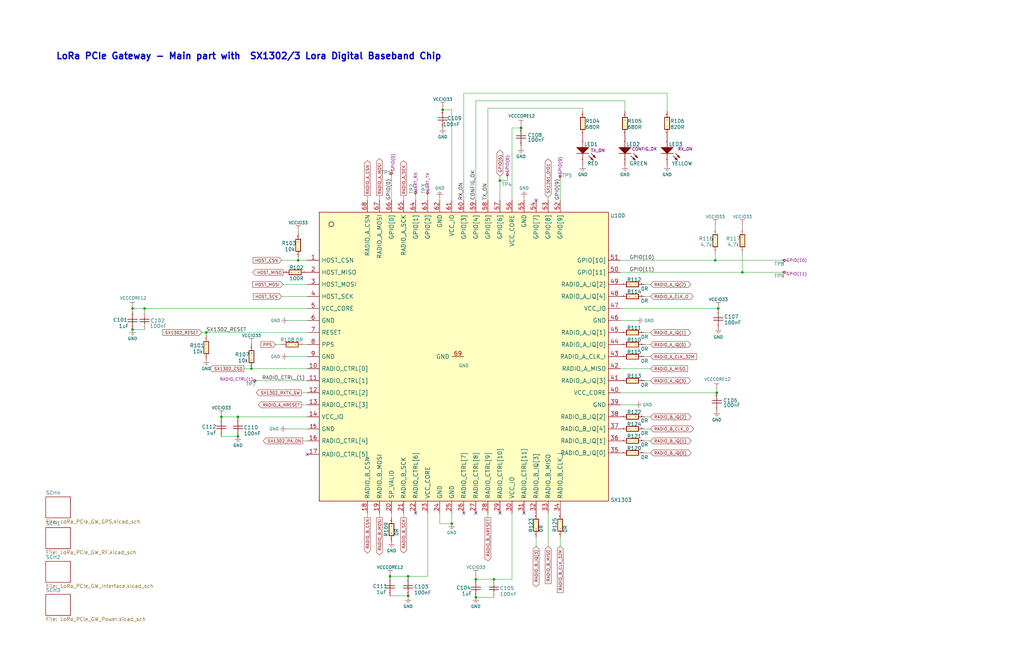
<source format=kicad_sch>
(kicad_sch (version 20211123) (generator eeschema)
  (paper "B")
  (title_block (title "LoRa PCIe Gateway Main") (date "26 02 2021") (rev "1.0") (company "Nebra Ltd") (comment 1 "SX1302/3 Schematic Part"))
  (junction (at 302.26 165.735))
  (junction (at 301.625 109.855))
  (junction (at 172.085 251.46))
  (junction (at 164.465 243.205))
  (junction (at 186.69 46.355))
  (junction (at 93.345 175.895))
  (junction (at 313.055 114.935))
  (junction (at 100.33 175.895))
  (junction (at 100.33 184.15))
  (junction (at 55.88 139.065))
  (junction (at 106.045 155.575))
  (junction (at 172.085 243.205))
  (junction (at 210.82 76.2))
  (junction (at 208.28 244.475))
  (junction (at 190.5 220.98))
  (junction (at 60.96 130.175))
  (junction (at 302.895 130.175))
  (junction (at 200.66 244.475))
  (junction (at 200.66 252.095))
  (junction (at 125.73 109.855))
  (junction (at 86.995 140.335))
  (junction (at 55.88 130.175))
  (junction (at 219.71 53.975))
  (no_connect (at 226.06 84.455))
  (no_connect (at 210.82 216.535))
  (no_connect (at 200.66 216.535))
  (no_connect (at 220.98 216.535))
  (no_connect (at 129.54 191.77))
  (no_connect (at 175.26 216.535))
  (no_connect (at 195.58 216.535))
  (wire (pts (xy 215.9 84.455) (xy 215.9 53.975)))
  (wire (pts (xy 93.345 184.15) (xy 100.33 184.15)))
  (wire (pts (xy 274.32 191.135) (xy 271.78 191.135)))
  (wire (pts (xy 125.73 109.855) (xy 118.745 109.855)))
  (wire (pts (xy 195.58 84.455) (xy 195.58 39.37)))
  (wire (pts (xy 186.69 46.355) (xy 190.5 46.355)))
  (wire (pts (xy 129.54 155.575) (xy 106.045 155.575)))
  (wire (pts (xy 165.1 216.535) (xy 165.1 218.44)))
  (wire (pts (xy 125.73 108.585) (xy 125.73 109.855)))
  (wire (pts (xy 219.71 61.595) (xy 219.71 62.23)))
  (wire (pts (xy 180.34 243.205) (xy 180.34 216.535)))
  (wire (pts (xy 154.94 82.55) (xy 154.94 84.455)))
  (wire (pts (xy 274.32 145.415) (xy 271.78 145.415)))
  (wire (pts (xy 172.085 251.46) (xy 172.085 252.095)))
  (wire (pts (xy 274.32 186.055) (xy 271.78 186.055)))
  (wire (pts (xy 274.32 120.015) (xy 271.78 120.015)))
  (wire (pts (xy 313.055 106.68) (xy 313.055 114.935)))
  (wire (pts (xy 208.28 244.475) (xy 200.66 244.475)))
  (wire (pts (xy 118.11 145.415) (xy 116.205 145.415)))
  (wire (pts (xy 301.625 96.52) (xy 301.625 95.25)))
  (wire (pts (xy 165.1 74.295) (xy 165.1 84.455)))
  (wire (pts (xy 236.22 226.695) (xy 236.22 230.505)))
  (wire (pts (xy 164.465 251.46) (xy 172.085 251.46)))
  (wire (pts (xy 185.42 216.535) (xy 185.42 220.98)))
  (wire (pts (xy 261.62 109.855) (xy 301.625 109.855)))
  (wire (pts (xy 302.26 164.465) (xy 302.26 165.735)))
  (wire (pts (xy 205.74 216.535) (xy 205.74 218.44)))
  (wire (pts (xy 129.54 130.175) (xy 60.96 130.175)))
  (wire (pts (xy 129.54 175.895) (xy 100.33 175.895)))
  (wire (pts (xy 210.82 84.455) (xy 210.82 76.2)))
  (wire (pts (xy 121.285 135.255) (xy 129.54 135.255)))
  (wire (pts (xy 313.055 95.25) (xy 313.055 96.52)))
  (wire (pts (xy 195.58 39.37) (xy 281.305 39.37)))
  (wire (pts (xy 129.54 170.815) (xy 127 170.815)))
  (wire (pts (xy 215.9 244.475) (xy 208.28 244.475)))
  (wire (pts (xy 106.045 155.575) (xy 102.87 155.575)))
  (wire (pts (xy 215.9 216.535) (xy 215.9 244.475)))
  (wire (pts (xy 164.465 243.205) (xy 172.085 243.205)))
  (wire (pts (xy 170.18 216.535) (xy 170.18 218.44)))
  (wire (pts (xy 129.54 109.855) (xy 125.73 109.855)))
  (wire (pts (xy 261.62 130.175) (xy 302.895 130.175)))
  (wire (pts (xy 205.74 45.72) (xy 245.745 45.72)))
  (wire (pts (xy 302.895 130.175) (xy 302.895 130.81)))
  (wire (pts (xy 263.525 42.545) (xy 263.525 46.99)))
  (wire (pts (xy 129.54 150.495) (xy 121.285 150.495)))
  (wire (pts (xy 200.66 42.545) (xy 263.525 42.545)))
  (wire (pts (xy 164.465 243.205) (xy 164.465 243.84)))
  (wire (pts (xy 274.32 175.895) (xy 271.78 175.895)))
  (wire (pts (xy 274.32 155.575) (xy 261.62 155.575)))
  (wire (pts (xy 127 165.735) (xy 129.54 165.735)))
  (wire (pts (xy 274.32 160.655) (xy 271.78 160.655)))
  (wire (pts (xy 261.62 170.815) (xy 267.97 170.815)))
  (wire (pts (xy 129.54 140.335) (xy 86.995 140.335)))
  (wire (pts (xy 215.9 53.975) (xy 219.71 53.975)))
  (wire (pts (xy 186.69 45.72) (xy 186.69 46.355)))
  (wire (pts (xy 261.62 114.935) (xy 313.055 114.935)))
  (wire (pts (xy 274.32 180.975) (xy 271.78 180.975)))
  (wire (pts (xy 172.085 243.205) (xy 172.085 243.84)))
  (wire (pts (xy 127.635 186.055) (xy 129.54 186.055)))
  (wire (pts (xy 190.5 46.355) (xy 190.5 84.455)))
  (wire (pts (xy 86.995 141.605) (xy 86.995 140.335)))
  (wire (pts (xy 60.96 131.445) (xy 60.96 130.175)))
  (wire (pts (xy 175.26 82.55) (xy 175.26 84.455)))
  (wire (pts (xy 100.33 176.53) (xy 100.33 175.895)))
  (wire (pts (xy 190.5 220.98) (xy 190.5 216.535)))
  (wire (pts (xy 85.09 140.335) (xy 86.995 140.335)))
  (wire (pts (xy 208.28 252.095) (xy 200.66 252.095)))
  (wire (pts (xy 120.65 180.975) (xy 129.54 180.975)))
  (wire (pts (xy 200.66 243.205) (xy 200.66 244.475)))
  (wire (pts (xy 180.34 82.55) (xy 180.34 84.455)))
  (wire (pts (xy 128.27 145.415) (xy 129.54 145.415)))
  (wire (pts (xy 172.085 243.205) (xy 180.34 243.205)))
  (wire (pts (xy 220.98 83.185) (xy 220.98 84.455)))
  (wire (pts (xy 236.22 84.455) (xy 236.22 75.565)))
  (wire (pts (xy 313.055 114.935) (xy 329.565 114.935)))
  (wire (pts (xy 170.18 82.55) (xy 170.18 84.455)))
  (wire (pts (xy 219.71 53.34) (xy 219.71 53.975)))
  (wire (pts (xy 231.14 230.505) (xy 231.14 216.535)))
  (wire (pts (xy 160.02 82.55) (xy 160.02 84.455)))
  (wire (pts (xy 185.42 220.98) (xy 190.5 220.98)))
  (wire (pts (xy 100.33 175.895) (xy 93.345 175.895)))
  (wire (pts (xy 261.62 135.255) (xy 268.605 135.255)))
  (wire (pts (xy 185.42 83.185) (xy 185.42 84.455)))
  (wire (pts (xy 125.73 97.79) (xy 125.73 98.425)))
  (wire (pts (xy 129.54 160.655) (xy 108.585 160.655)))
  (wire (pts (xy 274.32 125.095) (xy 271.78 125.095)))
  (wire (pts (xy 301.625 106.68) (xy 301.625 109.855)))
  (wire (pts (xy 129.54 125.095) (xy 118.745 125.095)))
  (wire (pts (xy 154.94 216.535) (xy 154.94 218.44)))
  (wire (pts (xy 55.88 130.175) (xy 55.88 131.445)))
  (wire (pts (xy 231.14 84.455) (xy 231.14 83.185)))
  (wire (pts (xy 213.995 74.93) (xy 213.995 76.2)))
  (wire (pts (xy 261.62 165.735) (xy 302.26 165.735)))
  (wire (pts (xy 301.625 109.855) (xy 329.565 109.855)))
  (wire (pts (xy 160.02 216.535) (xy 160.02 218.44)))
  (wire (pts (xy 129.54 120.015) (xy 119.38 120.015)))
  (wire (pts (xy 200.66 84.455) (xy 200.66 42.545)))
  (wire (pts (xy 93.345 176.53) (xy 93.345 175.895)))
  (wire (pts (xy 210.82 76.2) (xy 210.82 74.295)))
  (wire (pts (xy 245.745 45.72) (xy 245.745 46.99)))
  (wire (pts (xy 60.96 130.175) (xy 55.88 130.175)))
  (wire (pts (xy 60.96 139.065) (xy 55.88 139.065)))
  (wire (pts (xy 205.74 84.455) (xy 205.74 45.72)))
  (wire (pts (xy 274.32 150.495) (xy 271.78 150.495)))
  (wire (pts (xy 226.06 226.695) (xy 226.06 230.505)))
  (wire (pts (xy 281.305 39.37) (xy 281.305 46.99)))
  (wire (pts (xy 274.32 140.335) (xy 271.78 140.335)))
  (wire (pts (xy 213.995 76.2) (xy 210.82 76.2)))
  (text "LoRa PCIe Gateway - Main part with  SX1302/3 Lora Digital Baseband Chip" (at 23.495 25.4 0) (effects (font (size 2.7432 2.7432) (thickness 0.5486) bold) (justify left bottom)))
  (label "RX_ON" (at 195.58 84.455 90) (effects (font (size 1.524 1.524))))
  (label "GPIO(9)" (at 236.22 84.455 90) (effects (font (size 1.524 1.524))))
  (label "RADIO_CTRL_(1)" (at 110.49 160.655 0) (effects (font (size 1.524 1.524))))
  (label "GPIO(0)" (at 165.1 84.455 90) (effects (font (size 1.524 1.524))))
  (label "TX_ON" (at 205.74 84.455 90) (effects (font (size 1.524 1.524))))
  (label "SX1302_RESET" (at 86.995 140.335 0) (effects (font (size 1.524 1.524))))
  (label "GPIO(11)" (at 265.43 114.935 0) (effects (font (size 1.524 1.524))))
  (label "CONFIG_OK" (at 200.66 84.455 90) (effects (font (size 1.524 1.524))))
  (label "GPIO(10)" (at 265.43 109.855 0) (effects (font (size 1.524 1.524))))
  (global_label "RADIO_B_CLK_O" (shape bidirectional) (at 274.32 180.975 0) (property "Intersheet References" "${INTERSHEET_REFS}" (effects hide)))
  (global_label "RADIO_A_SCK" (shape output) (at 170.18 82.55 90) (property "Intersheet References" "${INTERSHEET_REFS}" (effects hide)))
  (global_label "RADIO_B_IQ(2)" (shape bidirectional) (at 274.32 175.895 0) (property "Intersheet References" "${INTERSHEET_REFS}" (effects hide)))
  (global_label "SX1302_RESET" (shape input) (at 85.09 140.335 180) (property "Intersheet References" "${INTERSHEET_REFS}" (effects hide)))
  (global_label "RADIO_B_CSN" (shape output) (at 154.94 218.44 270) (property "Intersheet References" "${INTERSHEET_REFS}" (effects hide)))
  (global_label "HOST_CSN" (shape input) (at 118.745 109.855 180) (property "Intersheet References" "${INTERSHEET_REFS}" (effects hide)))
  (global_label "RADIO_A_IQ(1)" (shape bidirectional) (at 274.32 140.335 0) (property "Intersheet References" "${INTERSHEET_REFS}" (effects hide)))
  (global_label "RADIO_B_IQ(3)" (shape bidirectional) (at 226.06 230.505 270) (property "Intersheet References" "${INTERSHEET_REFS}" (effects hide)))
  (global_label "HOST_MISO" (shape output) (at 119.38 114.935 180) (property "Intersheet References" "${INTERSHEET_REFS}" (effects hide)))
  (global_label "RADIO_B_IQ(0)" (shape bidirectional) (at 274.32 191.135 0) (property "Intersheet References" "${INTERSHEET_REFS}" (effects hide)))
  (global_label "SX1302_PA_ON" (shape output) (at 127.635 186.055 180) (property "Intersheet References" "${INTERSHEET_REFS}" (effects hide)))
  (global_label "RADIO_A_MISO" (shape input) (at 274.32 155.575 0) (property "Intersheet References" "${INTERSHEET_REFS}" (effects hide)))
  (global_label "RADIO_B_NRESET" (shape output) (at 205.74 218.44 270) (property "Intersheet References" "${INTERSHEET_REFS}" (effects hide)))
  (global_label "RADIO_B_IQ(1)" (shape bidirectional) (at 274.32 186.055 0) (property "Intersheet References" "${INTERSHEET_REFS}" (effects hide)))
  (global_label "RADIO_A_IQ(2)" (shape bidirectional) (at 274.32 120.015 0) (property "Intersheet References" "${INTERSHEET_REFS}" (effects hide)))
  (global_label "HOST_SCK" (shape input) (at 118.745 125.095 180) (property "Intersheet References" "${INTERSHEET_REFS}" (effects hide)))
  (global_label "RADIO_A_IQ(3)" (shape bidirectional) (at 274.32 160.655 0) (property "Intersheet References" "${INTERSHEET_REFS}" (effects hide)))
  (global_label "RADIO_A_CLK_O" (shape bidirectional) (at 274.32 125.095 0) (property "Intersheet References" "${INTERSHEET_REFS}" (effects hide)))
  (global_label "RADIO_A_NRESET" (shape output) (at 127 170.815 180) (property "Intersheet References" "${INTERSHEET_REFS}" (effects hide)))
  (global_label "RADIO_A_CSN" (shape output) (at 154.94 82.55 90) (property "Intersheet References" "${INTERSHEET_REFS}" (effects hide)))
  (global_label "RADIO_A_CLK_32M" (shape input) (at 274.32 150.495 0) (property "Intersheet References" "${INTERSHEET_REFS}" (effects hide)))
  (global_label "RADIO_A_MOSI" (shape output) (at 160.02 82.55 90) (property "Intersheet References" "${INTERSHEET_REFS}" (effects hide)))
  (global_label "HOST_MOSI" (shape input) (at 119.38 120.015 180) (property "Intersheet References" "${INTERSHEET_REFS}" (effects hide)))
  (global_label "RADIO_B_MISO" (shape input) (at 231.14 230.505 270) (property "Intersheet References" "${INTERSHEET_REFS}" (effects hide)))
  (global_label "RADIO_B_MOSI" (shape output) (at 160.02 218.44 270) (property "Intersheet References" "${INTERSHEET_REFS}" (effects hide)))
  (global_label "RADIO_A_IQ(0)" (shape bidirectional) (at 274.32 145.415 0) (property "Intersheet References" "${INTERSHEET_REFS}" (effects hide)))
  (global_label "SX1302_CSD" (shape output) (at 102.87 155.575 180) (property "Intersheet References" "${INTERSHEET_REFS}" (effects hide)))
  (global_label "SX1302_RXTX_SW" (shape output) (at 127 165.735 180) (property "Intersheet References" "${INTERSHEET_REFS}" (effects hide)))
  (global_label "RADIO_B_CLK_32M" (shape input) (at 236.22 230.505 270) (property "Intersheet References" "${INTERSHEET_REFS}" (effects hide)))
  (global_label "RADIO_B_SCK" (shape output) (at 170.18 218.44 270) (property "Intersheet References" "${INTERSHEET_REFS}" (effects hide)))
  (global_label "SX1261_DIO1" (shape bidirectional) (at 231.14 83.185 90) (property "Intersheet References" "${INTERSHEET_REFS}" (effects hide)))
  (global_label "PPS" (shape input) (at 116.205 145.415 180) (property "Intersheet References" "${INTERSHEET_REFS}" (effects hide)))
  (global_label "GPIO(6)" (shape bidirectional) (at 210.82 74.295 90) (property "Intersheet References" "${INTERSHEET_REFS}" (effects hide)))
  (symbol (lib_id "LoRa_PCIe_GW-rescue:LED-") (at 281.305 57.15 270) (unit 1)
    (property "Reference" "LED3" (at 282.0416 61.7474 90) (effects (font (size 1.524 1.524)) (justify left bottom)))
    (property "Value" "YELLOW" (at 283.21 69.85 90) (effects (font (size 1.524 1.524)) (justify left bottom)))
    (property "Footprint" "LoRa_PCIe_GW:CD1005-0402-YELLOW" (effects hide))
    (property "Description" "Yellow 590nm LED Indication - Discrete 1.85V 0402 (1005 Metric)" (effects hide))
    (property "Manufacturer" "Kingbright" (effects hide))
    (property "Part Number" "APHHS1005LSYCK/J3-PF" (effects hide))
    (property "Price[1k]" "0.16" (effects hide))
    (property "Supplier Link" "https://www.digikey.com/en/products/detail/kingbright/APHHS1005LSYCK-J3-PF/7318978" (effects hide))
    (property "Label" "RX_ON" (at 288.925 62.865 90))
  )
  (symbol (lib_id "LoRa_PCIe_GW-rescue:Cap-") (at 302.26 173.355 90) (unit 1)
    (property "Reference" "C106" (at 304.9524 169.8752 90) (effects (font (size 1.524 1.524)) (justify right top)))
    (property "Value" "100nF" (at 304.9524 171.8564 90) (effects (font (size 1.524 1.524)) (justify right top)))
    (property "Footprint" "LoRa_PCIe_GW:ccer_201_smd_small" (effects hide))
    (property "Description" "0.1µF ±10% 16V Ceramic Capacitor X7S 0201 (0603 Metric)" (effects hide))
    (property "Manufacturer" "Murata" (effects hide))
    (property "Part Number" "GRM033C71C104KE14D" (effects hide))
    (property "Price[1k]" "0.01" (effects hide))
    (property "Supplier Link" "https://www.digikey.com/en/products/detail/murata-electronics/GRM033C71C104KE14D/5027472" (effects hide))
  )
  (symbol (lib_id "LoRa_PCIe_GW-rescue:Cap-") (at 172.085 251.46 90) (unit 1)
    (property "Reference" "C103" (at 174.5996 248.4374 90) (effects (font (size 1.524 1.524)) (justify right top)))
    (property "Value" "100nF" (at 174.5996 250.9774 90) (effects (font (size 1.524 1.524)) (justify right top)))
    (property "Footprint" "LoRa_PCIe_GW:ccer_201_smd_small" (effects hide))
    (property "Description" "0.1µF ±10% 16V Ceramic Capacitor X7S 0201 (0603 Metric)" (effects hide))
    (property "Manufacturer" "Murata" (effects hide))
    (property "Part Number" "GRM033C71C104KE14D" (effects hide))
    (property "Price[1k]" "0.01" (effects hide))
    (property "Supplier Link" "https://www.digikey.com/en/products/detail/murata-electronics/GRM033C71C104KE14D/5027472" (effects hide))
  )
  (symbol (lib_id "LoRa_PCIe_GW-rescue:Cap-") (at 186.69 53.975 90) (unit 1)
    (property "Reference" "C109" (at 188.595 50.8 90) (effects (font (size 1.524 1.524)) (justify right top)))
    (property "Value" "100nF" (at 186.69 53.34 90) (effects (font (size 1.524 1.524)) (justify right top)))
    (property "Footprint" "LoRa_PCIe_GW:ccer_201_smd_small" (effects hide))
    (property "Description" "0.1µF ±10% 16V Ceramic Capacitor X7S 0201 (0603 Metric)" (effects hide))
    (property "Manufacturer" "Murata" (effects hide))
    (property "Part Number" "GRM033C71C104KE14D" (effects hide))
    (property "Price[1k]" "0.01" (effects hide))
    (property "Supplier Link" "https://www.digikey.com/en/products/detail/murata-electronics/GRM033C71C104KE14D/5027472" (effects hide))
  )
  (symbol (lib_id "LoRa_PCIe_GW-rescue:Cap-") (at 100.33 184.15 90) (unit 1)
    (property "Reference" "C110" (at 102.743 181.2544 90) (effects (font (size 1.524 1.524)) (justify right top)))
    (property "Value" "100nF" (at 102.743 183.7944 90) (effects (font (size 1.524 1.524)) (justify right top)))
    (property "Footprint" "LoRa_PCIe_GW:ccer_201_smd_small" (effects hide))
    (property "Description" "0.1µF ±10% 16V Ceramic Capacitor X7S 0201 (0603 Metric)" (effects hide))
    (property "Manufacturer" "Murata" (effects hide))
    (property "Part Number" "GRM033C71C104KE14D" (effects hide))
    (property "Price[1k]" "0.01" (effects hide))
    (property "Supplier Link" "https://www.digikey.com/en/products/detail/murata-electronics/GRM033C71C104KE14D/5027472" (effects hide))
  )
  (symbol (lib_id "LoRa_PCIe_GW-rescue:Resistor-") (at 313.055 106.68 90) (unit 1)
    (property "Reference" "R117" (at 306.07 101.6 90) (effects (font (size 1.524 1.524)) (justify right top)))
    (property "Value" "4.7k" (at 306.705 104.14 90) (effects (font (size 1.524 1.524)) (justify right top)))
    (property "Footprint" "LoRa_PCIe_GW:rlc_201_smd_small" (effects hide))
    (property "Description" "4.7 kOhms ±1% 0.05W, 1/20W Chip Resistor 0201 (0603 Metric)  Thick Film" (effects hide))
    (property "Manufacturer" "Vishay Dale" (effects hide))
    (property "Part Number" "CRCW02014K70FNED" (effects hide))
    (property "Price[1k]" "0.011" (effects hide))
    (property "Supplier Link" "https://www.digikey.com/en/products/detail/vishay-dale/CRCW02014K70FNED/1199881?s=N4IgTCBcDaIMICU4HUAMZUEYAsBpA7KgGIByAogCIgC6AvkA" (effects hide))
  )
  (symbol (lib_id "LoRa_PCIe_GW-rescue:Resistor-") (at 301.625 106.68 90) (unit 1)
    (property "Reference" "R116" (at 294.64 101.6 90) (effects (font (size 1.524 1.524)) (justify right top)))
    (property "Value" "4.7k" (at 295.275 104.14 90) (effects (font (size 1.524 1.524)) (justify right top)))
    (property "Footprint" "LoRa_PCIe_GW:rlc_201_smd_small" (effects hide))
    (property "Description" "4.7 kOhms ±1% 0.05W, 1/20W Chip Resistor 0201 (0603 Metric)  Thick Film" (effects hide))
    (property "Manufacturer" "Vishay Dale" (effects hide))
    (property "Part Number" "CRCW02014K70FNED" (effects hide))
    (property "Price[1k]" "0.011" (effects hide))
    (property "Supplier Link" "https://www.digikey.com/en/products/detail/vishay-dale/CRCW02014K70FNED/1199881?s=N4IgTCBcDaIMICU4HUAMZUEYAsBpA7KgGIByAogCIgC6AvkA" (effects hide))
  )
  (symbol (lib_id "LoRa_PCIe_GW-rescue:test_pin-") (at 330.835 114.935 180) (unit 1)
    (property "Reference" "TP9" (at 330.835 115.57 0) (effects (font (size 1.524 1.524)) (justify left bottom)))
    (property "Value" "NC" (effects hide))
    (property "Footprint" "LoRa_PCIe_GW:PIN_SMD" (effects hide))
    (property "Label" "GPIO(11)" (at 335.915 115.57 0))
  )
  (symbol (lib_id "LoRa_PCIe_GW-rescue:Resistor-") (at 165.1 228.6 90) (unit 1)
    (property "Reference" "R109" (at 161.925 220.345 0) (effects (font (size 1.524 1.524)) (justify right top)))
    (property "Value" "0R" (at 166.37 222.885 0) (effects (font (size 1.524 1.524)) (justify right top)))
    (property "Footprint" "LoRa_PCIe_GW:rlc_201_smd_small" (effects hide))
    (property "Description" "0 Ohms Jumper 0.05W, 1/20W Chip Resistor 0201 (0603 Metric)  Thick Film" (effects hide))
    (property "Manufacturer" "Vishay Dale" (effects hide))
    (property "Part Number" "CRCW02010000Z0ED" (effects hide))
    (property "Price[1k]" "0.006" (effects hide))
    (property "Supplier Link" "https://www.digikey.com/en/products/detail/vishay-dale/CRCW02010000Z0ED/1178434?s=N4IgTCBcDaIMICU4HUAMZUEZU9QLVQFEAREAXQF8g" (effects hide))
  )
  (symbol (lib_id "LoRa_PCIe_GW-rescue:Cap-") (at 93.345 184.15 90) (unit 1)
    (property "Reference" "C112" (at 85.09 180.975 90) (effects (font (size 1.524 1.524)) (justify right top)))
    (property "Value" "1uF" (at 86.995 183.515 90) (effects (font (size 1.524 1.524)) (justify right top)))
    (property "Footprint" "LoRa_PCIe_GW:ccer_402_smd_small" (effects hide))
    (property "Description" "1µF ±20% 10V Ceramic Capacitor X5R 0402 (1005 Metric)" (effects hide))
    (property "Manufacturer" "Murata" (effects hide))
    (property "Part Number" "GRM153R61A105ME95D" (effects hide))
    (property "Price[1k]" "0.038" (effects hide))
    (property "Supplier Link" "https://www.digikey.com/en/products/detail/murata-electronics/GRM153R61A105ME95D/4904820" (effects hide))
  )
  (symbol (lib_id "LoRa_PCIe_GW-rescue:Cap-") (at 164.465 251.46 90) (unit 1)
    (property "Reference" "C111" (at 157.1752 248.2342 90) (effects (font (size 1.524 1.524)) (justify right top)))
    (property "Value" "1uF" (at 158.6738 250.7488 90) (effects (font (size 1.524 1.524)) (justify right top)))
    (property "Footprint" "LoRa_PCIe_GW:ccer_402_smd_small" (effects hide))
    (property "Description" "1µF ±20% 10V Ceramic Capacitor X5R 0402 (1005 Metric)" (effects hide))
    (property "Manufacturer" "Murata" (effects hide))
    (property "Part Number" "GRM153R61A105ME95D" (effects hide))
    (property "Price[1k]" "0.038" (effects hide))
    (property "Supplier Link" "https://www.digikey.com/en/products/detail/murata-electronics/GRM153R61A105ME95D/4904820" (effects hide))
  )
  (symbol (lib_id "LoRa_PCIe_GW-rescue:test_pin-") (at 165.1 73.025 270) (unit 1)
    (property "Reference" "TP1" (at 160.655 73.66 90) (effects (font (size 1.524 1.524)) (justify left bottom)))
    (property "Value" "NC" (effects hide))
    (property "Footprint" "LoRa_PCIe_GW:PIN_SMD" (effects hide))
    (property "Label" "GPIO(0)" (at 165.735 68.58 0))
  )
  (symbol (lib_id "LoRa_PCIe_GW-rescue:Resistor-") (at 261.62 191.135 0) (unit 1)
    (property "Reference" "R120" (at 264.3632 190.0174 0) (effects (font (size 1.524 1.524)) (justify left bottom)))
    (property "Value" "0R" (at 270.1798 193.8528 0) (effects (font (size 1.524 1.524)) (justify left bottom)))
    (property "Footprint" "LoRa_PCIe_GW:rlc_201_smd_small" (effects hide))
    (property "Description" "0 Ohms Jumper 0.05W, 1/20W Chip Resistor 0201 (0603 Metric)  Thick Film" (effects hide))
    (property "Manufacturer" "Vishay Dale" (effects hide))
    (property "Part Number" "CRCW02010000Z0ED" (effects hide))
    (property "Price[1k]" "0.006" (effects hide))
    (property "Supplier Link" "https://www.digikey.com/en/products/detail/vishay-dale/CRCW02010000Z0ED/1178434?s=N4IgTCBcDaIMICU4HUAMZUEZU9QLVQFEAREAXQF8g" (effects hide))
  )
  (symbol (lib_id "LoRa_PCIe_GW-rescue:Cap-") (at 60.96 139.065 90) (unit 1)
    (property "Reference" "C102" (at 63.4238 136.1694 90) (effects (font (size 1.524 1.524)) (justify right top)))
    (property "Value" "100nF" (at 63.1444 138.4808 90) (effects (font (size 1.524 1.524)) (justify right top)))
    (property "Footprint" "LoRa_PCIe_GW:ccer_201_smd_small" (effects hide))
    (property "Description" "0.1µF ±10% 16V Ceramic Capacitor X7S 0201 (0603 Metric)" (effects hide))
    (property "Manufacturer" "Murata" (effects hide))
    (property "Part Number" "GRM033C71C104KE14D" (effects hide))
    (property "Price[1k]" "0.01" (effects hide))
    (property "Supplier Link" "https://www.digikey.com/en/products/detail/murata-electronics/GRM033C71C104KE14D/5027472" (effects hide))
  )
  (symbol (lib_id "LoRa_PCIe_GW-rescue:Resistor-") (at 261.62 186.055 0) (unit 1)
    (property "Reference" "R121" (at 264.3632 184.9374 0) (effects (font (size 1.524 1.524)) (justify left bottom)))
    (property "Value" "0R" (at 270.1798 188.5188 0) (effects (font (size 1.524 1.524)) (justify left bottom)))
    (property "Footprint" "LoRa_PCIe_GW:rlc_201_smd_small" (effects hide))
    (property "Description" "0 Ohms Jumper 0.05W, 1/20W Chip Resistor 0201 (0603 Metric)  Thick Film" (effects hide))
    (property "Manufacturer" "Vishay Dale" (effects hide))
    (property "Part Number" "CRCW02010000Z0ED" (effects hide))
    (property "Price[1k]" "0.006" (effects hide))
    (property "Supplier Link" "https://www.digikey.com/en/products/detail/vishay-dale/CRCW02010000Z0ED/1178434?s=N4IgTCBcDaIMICU4HUAMZUEZU9QLVQFEAREAXQF8g" (effects hide))
  )
  (symbol (lib_id "LoRa_PCIe_GW-rescue:test_pin-") (at 330.835 109.855 180) (unit 1)
    (property "Reference" "TP8" (at 330.835 110.49 0) (effects (font (size 1.524 1.524)) (justify left bottom)))
    (property "Value" "NC" (effects hide))
    (property "Footprint" "LoRa_PCIe_GW:PIN_SMD" (effects hide))
    (property "Label" "GPIO(10)" (at 335.915 109.855 0))
  )
  (symbol (lib_id "LoRa_PCIe_GW-rescue:Resistor-") (at 236.22 226.695 90) (unit 1)
    (property "Reference" "R125" (at 233.045 218.44 0) (effects (font (size 1.524 1.524)) (justify right top)))
    (property "Value" "0R" (at 237.49 221.615 0) (effects (font (size 1.524 1.524)) (justify right top)))
    (property "Footprint" "LoRa_PCIe_GW:rlc_201_smd_small" (effects hide))
    (property "Description" "0 Ohms Jumper 0.05W, 1/20W Chip Resistor 0201 (0603 Metric)  Thick Film" (effects hide))
    (property "Manufacturer" "Vishay Dale" (effects hide))
    (property "Part Number" "CRCW02010000Z0ED" (effects hide))
    (property "Price[1k]" "0.006" (effects hide))
    (property "Supplier Link" "https://www.digikey.com/en/products/detail/vishay-dale/CRCW02010000Z0ED/1178434?s=N4IgTCBcDaIMICU4HUAMZUEZU9QLVQFEAREAXQF8g" (effects hide))
  )
  (symbol (lib_id "LoRa_PCIe_GW-rescue:Resistor-") (at 226.06 226.695 90) (unit 1)
    (property "Reference" "R123" (at 224.79 224.663 0) (effects (font (size 1.524 1.524)) (justify left bottom)))
    (property "Value" "0R" (at 227.33 221.488 0) (effects (font (size 1.524 1.524)) (justify right top)))
    (property "Footprint" "LoRa_PCIe_GW:rlc_201_smd_small" (effects hide))
    (property "Description" "0 Ohms Jumper 0.05W, 1/20W Chip Resistor 0201 (0603 Metric)  Thick Film" (effects hide))
    (property "Manufacturer" "Vishay Dale" (effects hide))
    (property "Part Number" "CRCW02010000Z0ED" (effects hide))
    (property "Price[1k]" "0.006" (effects hide))
    (property "Supplier Link" "https://www.digikey.com/en/products/detail/vishay-dale/CRCW02010000Z0ED/1178434?s=N4IgTCBcDaIMICU4HUAMZUEZU9QLVQFEAREAXQF8g" (effects hide))
  )
  (symbol (lib_id "LoRa_PCIe_GW-rescue:Resistor-") (at 261.62 120.015 0) (unit 1)
    (property "Reference" "R112" (at 264.3632 118.8974 0) (effects (font (size 1.524 1.524)) (justify left bottom)))
    (property "Value" "0R" (at 270.1798 122.7328 0) (effects (font (size 1.524 1.524)) (justify left bottom)))
    (property "Footprint" "LoRa_PCIe_GW:rlc_201_smd_small" (effects hide))
    (property "Description" "0 Ohms Jumper 0.05W, 1/20W Chip Resistor 0201 (0603 Metric)  Thick Film" (effects hide))
    (property "Manufacturer" "Vishay Dale" (effects hide))
    (property "Part Number" "CRCW02010000Z0ED" (effects hide))
    (property "Price[1k]" "0.006" (effects hide))
    (property "Supplier Link" "https://www.digikey.com/en/products/detail/vishay-dale/CRCW02010000Z0ED/1178434?s=N4IgTCBcDaIMICU4HUAMZUEZU9QLVQFEAREAXQF8g" (effects hide))
  )
  (symbol (lib_id "LoRa_PCIe_GW-rescue:Resistor-") (at 261.62 150.495 0) (unit 1)
    (property "Reference" "R115" (at 264.3632 149.3774 0) (effects (font (size 1.524 1.524)) (justify left bottom)))
    (property "Value" "0R" (at 270.1798 153.2128 0) (effects (font (size 1.524 1.524)) (justify left bottom)))
    (property "Footprint" "LoRa_PCIe_GW:rlc_201_smd_small" (effects hide))
    (property "Description" "0 Ohms Jumper 0.05W, 1/20W Chip Resistor 0201 (0603 Metric)  Thick Film" (effects hide))
    (property "Manufacturer" "Vishay Dale" (effects hide))
    (property "Part Number" "CRCW02010000Z0ED" (effects hide))
    (property "Price[1k]" "0.006" (effects hide))
    (property "Supplier Link" "https://www.digikey.com/en/products/detail/vishay-dale/CRCW02010000Z0ED/1178434?s=N4IgTCBcDaIMICU4HUAMZUEZU9QLVQFEAREAXQF8g" (effects hide))
  )
  (symbol (lib_id "LoRa_PCIe_GW-rescue:Resistor-") (at 261.62 140.335 0) (unit 1)
    (property "Reference" "R111" (at 264.3632 139.2174 0) (effects (font (size 1.524 1.524)) (justify left bottom)))
    (property "Value" "0R" (at 270.1798 143.0528 0) (effects (font (size 1.524 1.524)) (justify left bottom)))
    (property "Footprint" "LoRa_PCIe_GW:rlc_201_smd_small" (effects hide))
    (property "Description" "0 Ohms Jumper 0.05W, 1/20W Chip Resistor 0201 (0603 Metric)  Thick Film" (effects hide))
    (property "Manufacturer" "Vishay Dale" (effects hide))
    (property "Part Number" "CRCW02010000Z0ED" (effects hide))
    (property "Price[1k]" "0.006" (effects hide))
    (property "Supplier Link" "https://www.digikey.com/en/products/detail/vishay-dale/CRCW02010000Z0ED/1178434?s=N4IgTCBcDaIMICU4HUAMZUEZU9QLVQFEAREAXQF8g" (effects hide))
  )
  (symbol (lib_id "LoRa_PCIe_GW-rescue:Resistor-") (at 261.62 145.415 0) (unit 1)
    (property "Reference" "R110" (at 264.3632 144.2974 0) (effects (font (size 1.524 1.524)) (justify left bottom)))
    (property "Value" "0R" (at 270.1798 148.1328 0) (effects (font (size 1.524 1.524)) (justify left bottom)))
    (property "Footprint" "LoRa_PCIe_GW:rlc_201_smd_small" (effects hide))
    (property "Description" "0 Ohms Jumper 0.05W, 1/20W Chip Resistor 0201 (0603 Metric)  Thick Film" (effects hide))
    (property "Manufacturer" "Vishay Dale" (effects hide))
    (property "Part Number" "CRCW02010000Z0ED" (effects hide))
    (property "Price[1k]" "0.006" (effects hide))
    (property "Supplier Link" "https://www.digikey.com/en/products/detail/vishay-dale/CRCW02010000Z0ED/1178434?s=N4IgTCBcDaIMICU4HUAMZUEZU9QLVQFEAREAXQF8g" (effects hide))
  )
  (symbol (lib_id "LoRa_PCIe_GW-rescue:Resistor-") (at 129.54 114.935 180) (unit 1)
    (property "Reference" "R102" (at 121.9454 113.792 0) (effects (font (size 1.524 1.524)) (justify right top)))
    (property "Value" "100R" (at 121.9454 118.364 0) (effects (font (size 1.524 1.524)) (justify right top)))
    (property "Footprint" "LoRa_PCIe_GW:rlc_201_smd_small" (effects hide))
    (property "Description" "100 Ohms ±1% 0.05W, 1/20W Chip Resistor 0201 (0603 Metric)  Thick Film" (effects hide))
    (property "Manufacturer" "Vishay Dale" (effects hide))
    (property "Part Number" "CRCW0201100R" (effects hide))
    (property "Price[1k]" "0.037" (effects hide))
    (property "Supplier Link" "https://www.digikey.com/en/products/detail/vishay-dale/CRCW0201100RFKED/1967973" (effects hide))
  )
  (symbol (lib_id "LoRa_PCIe_GW-rescue:Cap-") (at 55.88 139.065 90) (unit 1)
    (property "Reference" "C101" (at 47.625 135.89 90) (effects (font (size 1.524 1.524)) (justify right top)))
    (property "Value" "1uF" (at 50.0126 138.4808 90) (effects (font (size 1.524 1.524)) (justify right top)))
    (property "Footprint" "LoRa_PCIe_GW:ccer_402_smd_small" (effects hide))
    (property "Description" "1µF ±20% 10V Ceramic Capacitor X5R 0402 (1005 Metric)" (effects hide))
    (property "Manufacturer" "Murata" (effects hide))
    (property "Part Number" "GRM153R61A105ME95D" (effects hide))
    (property "Price[1k]" "0.038" (effects hide))
    (property "Supplier Link" "https://www.digikey.com/en/products/detail/murata-electronics/GRM153R61A105ME95D/4904820" (effects hide))
  )
  (symbol (lib_id "LoRa_PCIe_GW-rescue:test_pin-") (at 236.22 74.295 270) (unit 1)
    (property "Reference" "TP5" (at 236.855 74.93 90) (effects (font (size 1.524 1.524)) (justify left bottom)))
    (property "Value" "NC" (effects hide))
    (property "Footprint" "LoRa_PCIe_GW:PIN_SMD" (effects hide))
    (property "Label" "GPIO(9)" (at 236.22 69.85 0))
  )
  (symbol (lib_id "LoRa_PCIe_GW-rescue:Resistor-") (at 261.62 180.975 0) (unit 1)
    (property "Reference" "R124" (at 264.3632 179.8574 0) (effects (font (size 1.524 1.524)) (justify left bottom)))
    (property "Value" "0R" (at 270.1798 183.6928 0) (effects (font (size 1.524 1.524)) (justify left bottom)))
    (property "Footprint" "LoRa_PCIe_GW:rlc_201_smd_small" (effects hide))
    (property "Description" "0 Ohms Jumper 0.05W, 1/20W Chip Resistor 0201 (0603 Metric)  Thick Film" (effects hide))
    (property "Manufacturer" "Vishay Dale" (effects hide))
    (property "Part Number" "CRCW02010000Z0ED" (effects hide))
    (property "Price[1k]" "0.006" (effects hide))
    (property "Supplier Link" "https://www.digikey.com/en/products/detail/vishay-dale/CRCW02010000Z0ED/1178434?s=N4IgTCBcDaIMICU4HUAMZUEZU9QLVQFEAREAXQF8g" (effects hide))
  )
  (symbol (lib_id "LoRa_PCIe_GW-rescue:Resistor-") (at 261.62 125.095 0) (unit 1)
    (property "Reference" "R114" (at 264.3632 123.9774 0) (effects (font (size 1.524 1.524)) (justify left bottom)))
    (property "Value" "0R" (at 270.1798 127.8128 0) (effects (font (size 1.524 1.524)) (justify left bottom)))
    (property "Footprint" "LoRa_PCIe_GW:rlc_201_smd_small" (effects hide))
    (property "Description" "0 Ohms Jumper 0.05W, 1/20W Chip Resistor 0201 (0603 Metric)  Thick Film" (effects hide))
    (property "Manufacturer" "Vishay Dale" (effects hide))
    (property "Part Number" "CRCW02010000Z0ED" (effects hide))
    (property "Price[1k]" "0.006" (effects hide))
    (property "Supplier Link" "https://www.digikey.com/en/products/detail/vishay-dale/CRCW02010000Z0ED/1178434?s=N4IgTCBcDaIMICU4HUAMZUEZU9QLVQFEAREAXQF8g" (effects hide))
  )
  (symbol (lib_id "LoRa_PCIe_GW-rescue:test_pin-") (at 107.315 160.655 0) (unit 1)
    (property "Reference" "TP7" (at 107.95 161.29 0) (effects (font (size 1.524 1.524)) (justify right top)))
    (property "Value" "NC" (effects hide))
    (property "Footprint" "LoRa_PCIe_GW:PIN_SMD" (effects hide))
    (property "Label" "RADIO_CTRL(1)" (at 99.695 160.02 0))
  )
  (symbol (lib_id "LoRa_PCIe_GW-rescue:Resistor-") (at 125.73 108.585 90) (unit 1)
    (property "Reference" "R103" (at 118.745 103.505 90) (effects (font (size 1.524 1.524)) (justify right top)))
    (property "Value" "10k" (at 120.015 106.045 90) (effects (font (size 1.524 1.524)) (justify right top)))
    (property "Footprint" "LoRa_PCIe_GW:rlc_201_smd_small" (effects hide))
    (property "Description" "10 kOhms ±1% 0.05W, 1/20W Chip Resistor 0201  Thick Film" (effects hide))
    (property "Manufacturer" "Vishay Dale" (effects hide))
    (property "Part Number" "CRCW020110K0" (effects hide))
    (property "Price[1k]" "0.037" (effects hide))
    (property "Supplier Link" "https://www.digikey.com/en/products/detail/vishay-dale/CRCW020110K0FKED/1967989" (effects hide))
  )
  (symbol (lib_id "LoRa_PCIe_GW-rescue:Resistor-") (at 263.525 57.15 90) (unit 1)
    (property "Reference" "R105" (at 264.5664 51.9684 90) (effects (font (size 1.524 1.524)) (justify right top)))
    (property "Value" "680R" (at 264.5664 54.5084 90) (effects (font (size 1.524 1.524)) (justify right top)))
    (property "Footprint" "LoRa_PCIe_GW:rlc_201_smd_small" (effects hide))
    (property "Description" "680 Ohms ±1% 0.05W, 1/20W Chip Resistor 0201 (0603 Metric)  Thick Film" (effects hide))
    (property "Manufacturer" "Vishay Dale" (effects hide))
    (property "Part Number" "CRCW0201680R" (effects hide))
    (property "Price[1k]" "0.011" (effects hide))
    (property "Supplier Link" "https://www.digikey.com/en/products/detail/vishay-dale/CRCW0201680RFNED/1199791" (effects hide))
  )
  (symbol (lib_id "LoRa_PCIe_GW-rescue:LED-") (at 263.525 57.15 270) (unit 1)
    (property "Reference" "LED2" (at 264.033 61.7474 90) (effects (font (size 1.524 1.524)) (justify left bottom)))
    (property "Value" "GREEN" (at 265.43 69.85 90) (effects (font (size 1.524 1.524)) (justify left bottom)))
    (property "Footprint" "LoRa_PCIe_GW:CD1005-0402" (effects hide))
    (property "Description" "Green 570nm LED Indication - Discrete 1.9V 0402 (1005 Metric)" (effects hide))
    (property "Manufacturer" "Kingbright" (effects hide))
    (property "Part Number" "APHHS1005LCGCK" (effects hide))
    (property "Price[1k]" "0.11" (effects hide))
    (property "Supplier Link" "https://www.digikey.com/en/products/detail/kingbright/APHHS1005LCGCK/7318974" (effects hide))
    (property "Label" "CONFIG_OK" (at 271.78 62.865 90))
  )
  (symbol (lib_id "LoRa_PCIe_GW-rescue:Resistor-") (at 118.11 145.415 0) (unit 1)
    (property "Reference" "R108" (at 118.11 144.272 0) (effects (font (size 1.524 1.524)) (justify left bottom)))
    (property "Value" "0R" (at 124.6124 144.272 0) (effects (font (size 1.524 1.524)) (justify left bottom)))
    (property "Footprint" "LoRa_PCIe_GW:rlc_201_smd_small" (effects hide))
    (property "Description" "0 Ohms Jumper 0.05W, 1/20W Chip Resistor 0201 (0603 Metric)  Thick Film" (effects hide))
    (property "Manufacturer" "Vishay Dale" (effects hide))
    (property "Part Number" "CRCW02010000Z0ED" (effects hide))
    (property "Price[1k]" "0.006" (effects hide))
    (property "Supplier Link" "https://www.digikey.com/en/products/detail/vishay-dale/CRCW02010000Z0ED/1178434?s=N4IgTCBcDaIMICU4HUAMZUEZU9QLVQFEAREAXQF8g" (effects hide))
  )
  (symbol (lib_id "LoRa_PCIe_GW-rescue:Cap-") (at 208.28 252.095 90) (unit 1)
    (property "Reference" "C105" (at 210.7184 249.0724 90) (effects (font (size 1.524 1.524)) (justify right top)))
    (property "Value" "100nF" (at 210.7184 251.6124 90) (effects (font (size 1.524 1.524)) (justify right top)))
    (property "Footprint" "LoRa_PCIe_GW:ccer_201_smd_small" (effects hide))
    (property "Description" "0.1µF ±10% 16V Ceramic Capacitor X7S 0201 (0603 Metric)" (effects hide))
    (property "Manufacturer" "Murata" (effects hide))
    (property "Part Number" "GRM033C71C104KE14D" (effects hide))
    (property "Price[1k]" "0.01" (effects hide))
    (property "Supplier Link" "https://www.digikey.com/en/products/detail/murata-electronics/GRM033C71C104KE14D/5027472" (effects hide))
  )
  (symbol (lib_id "LoRa_PCIe_GW-rescue:test_pin-") (at 213.995 73.66 270) (unit 1)
    (property "Reference" "TP4" (at 211.455 78.74 90) (effects (font (size 1.524 1.524)) (justify left bottom)))
    (property "Value" "NC" (effects hide))
    (property "Footprint" "LoRa_PCIe_GW:PIN_SMD" (effects hide))
    (property "Label" "GPIO(6)" (at 213.995 69.215 0))
  )
  (symbol (lib_id "LoRa_PCIe_GW-rescue:Resistor-") (at 261.62 175.895 0) (unit 1)
    (property "Reference" "R122" (at 264.3632 174.7774 0) (effects (font (size 1.524 1.524)) (justify left bottom)))
    (property "Value" "0R" (at 270.1798 178.3588 0) (effects (font (size 1.524 1.524)) (justify left bottom)))
    (property "Footprint" "LoRa_PCIe_GW:rlc_201_smd_small" (effects hide))
    (property "Description" "0 Ohms Jumper 0.05W, 1/20W Chip Resistor 0201 (0603 Metric)  Thick Film" (effects hide))
    (property "Manufacturer" "Vishay Dale" (effects hide))
    (property "Part Number" "CRCW02010000Z0ED" (effects hide))
    (property "Price[1k]" "0.006" (effects hide))
    (property "Supplier Link" "https://www.digikey.com/en/products/detail/vishay-dale/CRCW02010000Z0ED/1178434?s=N4IgTCBcDaIMICU4HUAMZUEZU9QLVQFEAREAXQF8g" (effects hide))
  )
  (symbol (lib_id "LoRa_PCIe_GW-rescue:Resistor-") (at 245.745 57.15 90) (unit 1)
    (property "Reference" "R104" (at 246.8372 51.9684 90) (effects (font (size 1.524 1.524)) (justify right top)))
    (property "Value" "680R" (at 246.8372 54.5084 90) (effects (font (size 1.524 1.524)) (justify right top)))
    (property "Footprint" "LoRa_PCIe_GW:rlc_201_smd_small" (effects hide))
    (property "Description" "680 Ohms ±1% 0.05W, 1/20W Chip Resistor 0201 (0603 Metric)  Thick Film" (effects hide))
    (property "Manufacturer" "Vishay Dale" (effects hide))
    (property "Part Number" "CRCW0201680R" (effects hide))
    (property "Price[1k]" "0.011" (effects hide))
    (property "Supplier Link" "https://www.digikey.com/en/products/detail/vishay-dale/CRCW0201680RFNED/1199791" (effects hide))
  )
  (symbol (lib_id "LoRa_PCIe_GW-rescue:LED-") (at 245.745 57.15 270) (unit 1)
    (property "Reference" "LED1" (at 246.2784 61.7474 90) (effects (font (size 1.524 1.524)) (justify left bottom)))
    (property "Value" "RED" (at 247.65 69.85 90) (effects (font (size 1.524 1.524)) (justify left bottom)))
    (property "Footprint" "LoRa_PCIe_GW:CD1005-0402-RED" (effects hide))
    (property "Description" "Red 630nm LED Indication - Discrete 1.95V 0402 (1005 Metric)" (effects hide))
    (property "Manufacturer" "Kingbright" (effects hide))
    (property "Part Number" "APHHS1005SURCK" (effects hide))
    (property "Price[1k]" "0.12" (effects hide))
    (property "Supplier Link" "https://www.digikey.com/en/products/detail/kingbright/APHHS1005SURCK/1747502" (effects hide))
    (property "Label" "TX_ON" (at 252.095 63.5 90))
  )
  (symbol (lib_id "LoRa_PCIe_GW-rescue:Cap-") (at 200.66 252.095 90) (unit 1)
    (property "Reference" "C104" (at 192.405 248.92 90) (effects (font (size 1.524 1.524)) (justify right top)))
    (property "Value" "1uF" (at 194.691 251.3584 90) (effects (font (size 1.524 1.524)) (justify right top)))
    (property "Footprint" "LoRa_PCIe_GW:ccer_402_smd_small" (effects hide))
    (property "Description" "1µF ±20% 10V Ceramic Capacitor X5R 0402 (1005 Metric)" (effects hide))
    (property "Manufacturer" "Murata" (effects hide))
    (property "Part Number" "GRM153R61A105ME95D" (effects hide))
    (property "Price[1k]" "0.038" (effects hide))
    (property "Supplier Link" "https://www.digikey.com/en/products/detail/murata-electronics/GRM153R61A105ME95D/4904820" (effects hide))
  )
  (symbol (lib_id "LoRa_PCIe_GW-rescue:Cap-") (at 302.895 138.43 90) (unit 1)
    (property "Reference" "C107" (at 305.3334 134.493 90) (effects (font (size 1.524 1.524)) (justify right top)))
    (property "Value" "100nF" (at 305.3334 137.0076 90) (effects (font (size 1.524 1.524)) (justify right top)))
    (property "Footprint" "LoRa_PCIe_GW:ccer_201_smd_small" (effects hide))
    (property "Description" "0.1µF ±10% 16V Ceramic Capacitor X7S 0201 (0603 Metric)" (effects hide))
    (property "Manufacturer" "Murata" (effects hide))
    (property "Part Number" "GRM033C71C104KE14D" (effects hide))
    (property "Price[1k]" "0.01" (effects hide))
    (property "Supplier Link" "https://www.digikey.com/en/products/detail/murata-electronics/GRM033C71C104KE14D/5027472" (effects hide))
  )
  (symbol (lib_id "LoRa_PCIe_GW-rescue:SX1303") (at 195.58 150.495 0) (unit 1)
    (property "Reference" "U100" (at 257.429 91.8718 0) (effects (font (size 1.524 1.524)) (justify left bottom)))
    (property "Value" "SX1303" (at 257.429 211.8614 0) (effects (font (size 1.524 1.524)) (justify left bottom)))
    (property "Footprint" "LoRa_PCIe_GW:vqfn68_7x7mm" (effects hide))
    (property "Datasheet" "https://semtech.my.salesforce.com/sfc/p/#E0000000JelG/a/2R000000Hlli/Te0cB6.fNWAPfxRfoFz38R6LOTf3sLAJhD4CpS2RwFc" (effects hide))
    (property "Description" "Digital Baseband Chip for LoRaWAN network gateways" (effects hide))
    (property "Manufacturer" "Semtech Corporation" (effects hide))
    (property "Part Number" "SX1303IMLTRT" (effects hide))
    (property "Price[1k]" "20" (effects hide))
    (property "Supplier Link" "https://www.digikey.com/en/products/detail/semtech-corporation/SX1303IMLTRT/13419419?s=N4IgTCBcDaIM4A8CMBmADCkBdAvkA" (effects hide))
  )
  (symbol (lib_id "LoRa_PCIe_GW-rescue:Resistor-") (at 261.62 160.655 0) (unit 1)
    (property "Reference" "R113" (at 264.3632 159.5374 0) (effects (font (size 1.524 1.524)) (justify left bottom)))
    (property "Value" "0R" (at 270.1798 163.3728 0) (effects (font (size 1.524 1.524)) (justify left bottom)))
    (property "Footprint" "LoRa_PCIe_GW:rlc_201_smd_small" (effects hide))
    (property "Description" "0 Ohms Jumper 0.05W, 1/20W Chip Resistor 0201 (0603 Metric)  Thick Film" (effects hide))
    (property "Manufacturer" "Vishay Dale" (effects hide))
    (property "Part Number" "CRCW02010000Z0ED" (effects hide))
    (property "Price[1k]" "0.006" (effects hide))
    (property "Supplier Link" "https://www.digikey.com/en/products/detail/vishay-dale/CRCW02010000Z0ED/1178434?s=N4IgTCBcDaIMICU4HUAMZUEZU9QLVQFEAREAXQF8g" (effects hide))
  )
  (symbol (lib_id "LoRa_PCIe_GW-rescue:Resistor-") (at 281.305 57.15 90) (unit 1)
    (property "Reference" "R106" (at 282.575 51.9684 90) (effects (font (size 1.524 1.524)) (justify right top)))
    (property "Value" "820R" (at 282.575 54.5084 90) (effects (font (size 1.524 1.524)) (justify right top)))
    (property "Footprint" "LoRa_PCIe_GW:rlc_201_smd_small" (effects hide))
    (property "Description" "820 Ohms ±5% 0.05W, 1/20W Chip Resistor 0201 (0603 Metric)  Thick Film" (effects hide))
    (property "Manufacturer" "Vishay Dale" (effects hide))
    (property "Part Number" "CRCW0201820R" (effects hide))
    (property "Price[1k]" "0.012" (effects hide))
    (property "Supplier Link" "https://www.digikey.com/en/products/detail/vishay-dale/CRCW0201820RJNED/1178449" (effects hide))
  )
  (symbol (lib_id "LoRa_PCIe_GW-rescue:Cap-") (at 219.71 61.595 90) (unit 1)
    (property "Reference" "C108" (at 222.4532 57.8612 90) (effects (font (size 1.524 1.524)) (justify right top)))
    (property "Value" "100nF" (at 222.4532 59.8678 90) (effects (font (size 1.524 1.524)) (justify right top)))
    (property "Footprint" "LoRa_PCIe_GW:ccer_201_smd_small" (effects hide))
    (property "Description" "0.1µF ±10% 16V Ceramic Capacitor X7S 0201 (0603 Metric)" (effects hide))
    (property "Manufacturer" "Murata" (effects hide))
    (property "Part Number" "GRM033C71C104KE14D" (effects hide))
    (property "Price[1k]" "0.01" (effects hide))
    (property "Supplier Link" "https://www.digikey.com/en/products/detail/murata-electronics/GRM033C71C104KE14D/5027472" (effects hide))
  )
  (symbol (lib_id "LoRa_PCIe_GW-rescue:Resistor-") (at 86.995 151.765 90) (unit 1)
    (property "Reference" "R101" (at 80.01 146.685 90) (effects (font (size 1.524 1.524)) (justify right top)))
    (property "Value" "10k" (at 81.28 149.225 90) (effects (font (size 1.524 1.524)) (justify right top)))
    (property "Footprint" "LoRa_PCIe_GW:rlc_201_smd_small" (effects hide))
    (property "Description" "10 kOhms ±1% 0.05W, 1/20W Chip Resistor 0201  Thick Film" (effects hide))
    (property "Manufacturer" "Vishay Dale" (effects hide))
    (property "Part Number" "CRCW020110K0" (effects hide))
    (property "Price[1k]" "0.037" (effects hide))
    (property "Supplier Link" "https://www.digikey.com/en/products/detail/vishay-dale/CRCW020110K0FKED/1967989" (effects hide))
  )
  (symbol (lib_id "LoRa_PCIe_GW-rescue:Resistor-") (at 106.045 155.575 90) (unit 1)
    (property "Reference" "R107" (at 99.06 150.495 90) (effects (font (size 1.524 1.524)) (justify right top)))
    (property "Value" "10k" (at 100.33 153.035 90) (effects (font (size 1.524 1.524)) (justify right top)))
    (property "Footprint" "LoRa_PCIe_GW:rlc_201_smd_small" (effects hide))
    (property "Description" "10 kOhms ±1% 0.05W, 1/20W Chip Resistor 0201  Thick Film" (effects hide))
    (property "Manufacturer" "Vishay Dale" (effects hide))
    (property "Part Number" "CRCW020110K0" (effects hide))
    (property "Price[1k]" "0.037" (effects hide))
    (property "Supplier Link" "https://www.digikey.com/en/products/detail/vishay-dale/CRCW020110K0FKED/1967989" (effects hide))
  )
  (symbol (lib_id "LoRa_PCIe_GW-rescue:GND") (at 55.88 139.065 0) (unit 1)
    (property "Reference" "#PWR0101" (effects hide))
    (property "Value" "GND" (at 55.88 142.875 0))
  )
  (symbol (lib_id "LoRa_PCIe_GW-rescue:VCCCORE12") (at 55.88 130.175 0) (unit 1)
    (property "Reference" "#PWR0102" (effects hide))
    (property "Value" "VCCCORE12" (at 56.134 125.7808 0))
  )
  (symbol (lib_id "LoRa_PCIe_GW-rescue:test_pin-") (at 175.26 81.28 270) (unit 1)
    (property "Reference" "TP2" (at 172.72 77.47 0) (effects (font (size 1.524 1.524)) (justify left bottom)))
    (property "Value" "NC" (effects hide))
    (property "Footprint" "LoRa_PCIe_GW:PIN_SMD" (effects hide))
    (property "Label" "UART_RX" (at 175.26 76.835 0))
  )
  (symbol (lib_id "LoRa_PCIe_GW-rescue:test_pin-") (at 180.34 81.28 270) (unit 1)
    (property "Reference" "TP3" (at 177.8 77.47 0) (effects (font (size 1.524 1.524)) (justify left bottom)))
    (property "Value" "NC" (effects hide))
    (property "Footprint" "LoRa_PCIe_GW:PIN_SMD" (effects hide))
    (property "Label" "UART_TX" (at 180.34 76.835 0))
  )
  (symbol (lib_id "LoRa_PCIe_GW-rescue:GND") (at 121.285 135.255 270) (unit 1)
    (property "Reference" "#PWR0103" (effects hide))
    (property "Value" "GND" (at 116.205 135.255 90))
  )
  (symbol (lib_id "LoRa_PCIe_GW-rescue:GND") (at 86.995 151.765 0) (unit 1)
    (property "Reference" "#PWR0104" (effects hide))
    (property "Value" "GND" (at 86.995 155.575 0))
  )
  (symbol (lib_id "LoRa_PCIe_GW-rescue:VCCIO33") (at 106.045 145.415 0) (unit 1)
    (property "Reference" "#PWR0105" (effects hide))
    (property "Value" "VCCIO33" (at 106.045 141.605 0))
  )
  (symbol (lib_id "LoRa_PCIe_GW-rescue:GND") (at 121.285 150.495 270) (unit 1)
    (property "Reference" "#PWR0106" (effects hide))
    (property "Value" "GND" (at 116.205 150.495 90))
  )
  (symbol (lib_id "LoRa_PCIe_GW-rescue:VCCIO33") (at 93.345 175.895 0) (unit 1)
    (property "Reference" "#PWR0107" (effects hide))
    (property "Value" "VCCIO33" (at 93.345 172.085 0))
  )
  (symbol (lib_id "LoRa_PCIe_GW-rescue:GND") (at 100.33 184.15 0) (unit 1)
    (property "Reference" "#PWR0108" (effects hide))
    (property "Value" "GND" (at 100.33 187.96 0))
  )
  (symbol (lib_id "LoRa_PCIe_GW-rescue:GND") (at 120.65 180.975 270) (unit 1)
    (property "Reference" "#PWR0109" (effects hide))
    (property "Value" "GND" (at 115.57 180.975 90))
  )
  (symbol (lib_id "LoRa_PCIe_GW-rescue:VCCIO33") (at 125.73 97.79 0) (unit 1)
    (property "Reference" "#PWR0110" (effects hide))
    (property "Value" "VCCIO33" (at 125.73 93.98 0))
  )
  (symbol (lib_id "LoRa_PCIe_GW-rescue:GND") (at 195.58 150.495 0) (unit 1)
    (property "Reference" "#PWR0111" (effects hide))
    (property "Value" "GND" (at 195.58 154.305 0))
  )
  (symbol (lib_id "LoRa_PCIe_GW-rescue:VCCIO33") (at 186.69 45.72 0) (unit 1)
    (property "Reference" "#PWR0113" (effects hide))
    (property "Value" "VCCIO33" (at 186.69 41.91 0))
  )
  (symbol (lib_id "LoRa_PCIe_GW-rescue:GND") (at 186.69 53.975 0) (unit 1)
    (property "Reference" "#PWR0112" (effects hide))
    (property "Value" "GND" (at 186.69 57.785 0))
  )
  (symbol (lib_id "LoRa_PCIe_GW-rescue:GND") (at 185.42 83.185 180) (unit 1)
    (property "Reference" "#PWR0114" (effects hide))
    (property "Value" "GND" (at 185.42 79.375 0))
  )
  (symbol (lib_id "LoRa_PCIe_GW-rescue:VCCCORE12") (at 219.71 53.34 0) (unit 1)
    (property "Reference" "#PWR0115" (effects hide))
    (property "Value" "VCCCORE12" (at 219.964 48.9458 0))
  )
  (symbol (lib_id "LoRa_PCIe_GW-rescue:GND") (at 219.71 62.23 0) (unit 1)
    (property "Reference" "#PWR0116" (effects hide))
    (property "Value" "GND" (at 219.71 66.04 0))
  )
  (symbol (lib_id "LoRa_PCIe_GW-rescue:GND") (at 220.98 83.185 180) (unit 1)
    (property "Reference" "#PWR0117" (effects hide))
    (property "Value" "GND" (at 220.98 79.375 0))
  )
  (symbol (lib_id "LoRa_PCIe_GW-rescue:GND") (at 245.745 69.85 0) (unit 1)
    (property "Reference" "#PWR0118" (effects hide))
    (property "Value" "GND" (at 245.745 73.66 0))
  )
  (symbol (lib_id "LoRa_PCIe_GW-rescue:GND") (at 263.525 69.85 0) (unit 1)
    (property "Reference" "#PWR0119" (effects hide))
    (property "Value" "GND" (at 263.525 73.66 0))
  )
  (symbol (lib_id "LoRa_PCIe_GW-rescue:GND") (at 281.305 69.85 0) (unit 1)
    (property "Reference" "#PWR0120" (effects hide))
    (property "Value" "GND" (at 281.305 73.66 0))
  )
  (symbol (lib_id "LoRa_PCIe_GW-rescue:VCCIO33") (at 301.625 95.25 0) (unit 1)
    (property "Reference" "#PWR0121" (effects hide))
    (property "Value" "VCCIO33" (at 301.625 91.44 0))
  )
  (symbol (lib_id "LoRa_PCIe_GW-rescue:VCCIO33") (at 313.055 95.25 0) (unit 1)
    (property "Reference" "#PWR0122" (effects hide))
    (property "Value" "VCCIO33" (at 313.055 91.44 0))
  )
  (symbol (lib_id "LoRa_PCIe_GW-rescue:VCCIO33") (at 302.895 130.175 0) (unit 1)
    (property "Reference" "#PWR0123" (effects hide))
    (property "Value" "VCCIO33" (at 302.895 126.365 0))
  )
  (symbol (lib_id "LoRa_PCIe_GW-rescue:GND") (at 302.895 138.43 0) (unit 1)
    (property "Reference" "#PWR0124" (effects hide))
    (property "Value" "GND" (at 302.895 142.24 0))
  )
  (symbol (lib_id "LoRa_PCIe_GW-rescue:GND") (at 268.605 135.255 90) (unit 1)
    (property "Reference" "#PWR0125" (effects hide))
    (property "Value" "GND" (at 273.685 135.255 90))
  )
  (symbol (lib_id "LoRa_PCIe_GW-rescue:VCCCORE12") (at 302.26 164.465 0) (unit 1)
    (property "Reference" "#PWR0126" (effects hide))
    (property "Value" "VCCCORE12" (at 302.514 160.0708 0))
  )
  (symbol (lib_id "LoRa_PCIe_GW-rescue:GND") (at 302.26 173.355 0) (unit 1)
    (property "Reference" "#PWR0127" (effects hide))
    (property "Value" "GND" (at 302.26 177.165 0))
  )
  (symbol (lib_id "LoRa_PCIe_GW-rescue:GND") (at 267.97 170.815 90) (unit 1)
    (property "Reference" "#PWR0128" (effects hide))
    (property "Value" "GND" (at 273.05 170.815 90))
  )
  (symbol (lib_id "LoRa_PCIe_GW-rescue:GND") (at 190.5 220.98 0) (unit 1)
    (property "Reference" "#PWR0129" (effects hide))
    (property "Value" "GND" (at 190.5 224.79 0))
  )
  (symbol (lib_id "LoRa_PCIe_GW-rescue:GND") (at 172.085 252.095 0) (unit 1)
    (property "Reference" "#PWR0130" (effects hide))
    (property "Value" "GND" (at 172.085 255.905 0))
  )
  (symbol (lib_id "LoRa_PCIe_GW-rescue:GND") (at 200.66 252.095 0) (unit 1)
    (property "Reference" "#PWR0131" (effects hide))
    (property "Value" "GND" (at 200.66 255.905 0))
  )
  (symbol (lib_id "LoRa_PCIe_GW-rescue:GND") (at 165.1 228.6 0) (unit 1)
    (property "Reference" "#PWR0132" (effects hide))
    (property "Value" "GND" (at 165.1 232.41 0))
  )
  (symbol (lib_id "LoRa_PCIe_GW-rescue:VCCIO33") (at 200.66 243.205 0) (unit 1)
    (property "Reference" "#PWR0133" (effects hide))
    (property "Value" "VCCIO33" (at 200.66 239.395 0))
  )
  (symbol (lib_id "LoRa_PCIe_GW-rescue:VCCCORE12") (at 164.465 243.205 0) (unit 1)
    (property "Reference" "#PWR0134" (effects hide))
    (property "Value" "VCCCORE12" (at 164.465 239.395 0))
  )
  (sheet (at 19.304 236.855) (size 10.414 8.89)
    (property "Sheet name" "SCH2" (at 19.304 236.0164 0) (effects (font (size 1.524 1.524)) (justify left bottom)))
    (property "Sheet file" "LoRa_PCIe_GW_Interface.kicad_sch" (at 19.304 246.4312 0) (effects (font (size 1.524 1.524)) (justify left top)))
  )
  (sheet (at 19.304 222.631) (size 10.414 8.89)
    (property "Sheet name" "SCH1" (at 19.304 221.7924 0) (effects (font (size 1.524 1.524)) (justify left bottom)))
    (property "Sheet file" "LoRa_PCIe_GW_RF.kicad_sch" (at 19.304 232.2072 0) (effects (font (size 1.524 1.524)) (justify left top)))
  )
  (sheet (at 19.304 250.825) (size 10.414 8.89)
    (property "Sheet name" "SCH3" (at 19.304 249.9864 0) (effects (font (size 1.524 1.524)) (justify left bottom)))
    (property "Sheet file" "LoRa_PCIe_GW_Power.kicad_sch" (at 19.304 260.4012 0) (effects (font (size 1.524 1.524)) (justify left top)))
  )
  (sheet (at 19.304 209.677) (size 10.414 8.89)
    (property "Sheet name" "SCH4" (at 19.304 208.8384 0) (effects (font (size 1.524 1.524)) (justify left bottom)))
    (property "Sheet file" "LoRa_PCIe_GW_GPS.kicad_sch" (at 19.304 219.2532 0) (effects (font (size 1.524 1.524)) (justify left top)))
  )
)
</source>
